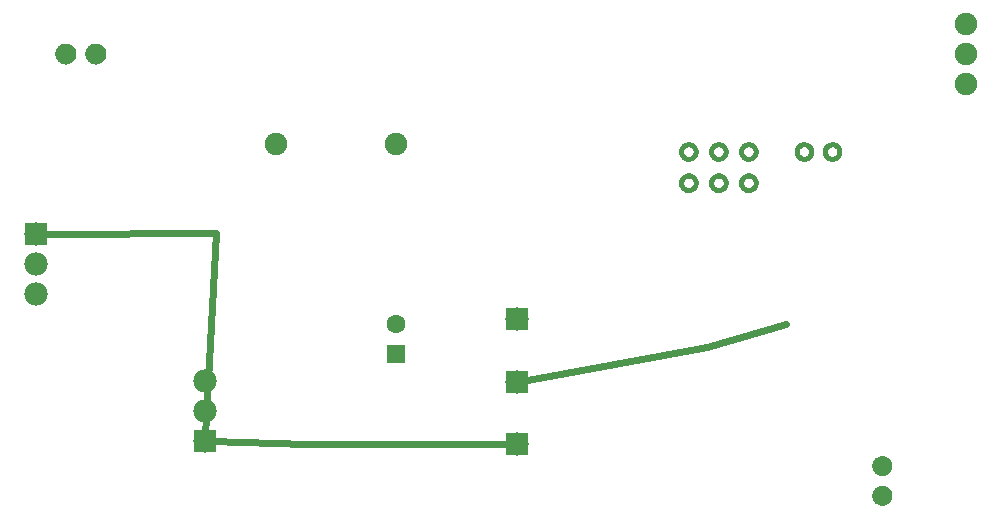
<source format=gtl>
G04 MADE WITH FRITZING*
G04 WWW.FRITZING.ORG*
G04 DOUBLE SIDED*
G04 HOLES PLATED*
G04 CONTOUR ON CENTER OF CONTOUR VECTOR*
%ASAXBY*%
%FSLAX23Y23*%
%MOIN*%
%OFA0B0*%
%SFA1.0B1.0*%
%ADD10C,0.062992*%
%ADD11C,0.070000*%
%ADD12C,0.078000*%
%ADD13C,0.065972*%
%ADD14C,0.075000*%
%ADD15R,0.062992X0.062992*%
%ADD16R,0.078000X0.078000*%
%ADD17C,0.024000*%
%ADD18R,0.001000X0.001000*%
%LNCOPPER1*%
G90*
G70*
G54D10*
X1244Y1057D03*
X1244Y1156D03*
G54D11*
X144Y2056D03*
X244Y2056D03*
G54D12*
X44Y1456D03*
X44Y1356D03*
X44Y1256D03*
X609Y966D03*
X609Y866D03*
X609Y766D03*
X1648Y1171D03*
X1648Y963D03*
X1648Y755D03*
G54D13*
X2867Y583D03*
X2867Y682D03*
G54D14*
X3144Y2156D03*
X3144Y2056D03*
X3144Y1956D03*
X844Y1756D03*
X1244Y1756D03*
G54D15*
X1244Y1057D03*
G54D16*
X44Y1456D03*
X609Y766D03*
X1648Y1171D03*
X1648Y963D03*
X1648Y755D03*
G54D17*
X2544Y1156D02*
X2282Y1078D01*
D02*
X2282Y1078D02*
X1666Y966D01*
D02*
X944Y756D02*
X628Y765D01*
D02*
X1629Y755D02*
X944Y756D01*
D02*
X610Y785D02*
X644Y1458D01*
D02*
X644Y1458D02*
X63Y1456D01*
G54D18*
X138Y2090D02*
X152Y2090D01*
X238Y2090D02*
X252Y2090D01*
X135Y2089D02*
X155Y2089D01*
X235Y2089D02*
X255Y2089D01*
X132Y2088D02*
X158Y2088D01*
X232Y2088D02*
X258Y2088D01*
X130Y2087D02*
X160Y2087D01*
X230Y2087D02*
X260Y2087D01*
X128Y2086D02*
X162Y2086D01*
X228Y2086D02*
X262Y2086D01*
X126Y2085D02*
X164Y2085D01*
X226Y2085D02*
X264Y2085D01*
X125Y2084D02*
X165Y2084D01*
X225Y2084D02*
X265Y2084D01*
X123Y2083D02*
X166Y2083D01*
X223Y2083D02*
X266Y2083D01*
X122Y2082D02*
X168Y2082D01*
X222Y2082D02*
X268Y2082D01*
X121Y2081D02*
X169Y2081D01*
X221Y2081D02*
X269Y2081D01*
X120Y2080D02*
X170Y2080D01*
X220Y2080D02*
X270Y2080D01*
X119Y2079D02*
X171Y2079D01*
X219Y2079D02*
X271Y2079D01*
X118Y2078D02*
X171Y2078D01*
X218Y2078D02*
X271Y2078D01*
X118Y2077D02*
X172Y2077D01*
X218Y2077D02*
X272Y2077D01*
X117Y2076D02*
X173Y2076D01*
X217Y2076D02*
X273Y2076D01*
X116Y2075D02*
X174Y2075D01*
X216Y2075D02*
X274Y2075D01*
X116Y2074D02*
X174Y2074D01*
X216Y2074D02*
X274Y2074D01*
X115Y2073D02*
X175Y2073D01*
X215Y2073D02*
X275Y2073D01*
X115Y2072D02*
X175Y2072D01*
X215Y2072D02*
X275Y2072D01*
X114Y2071D02*
X176Y2071D01*
X214Y2071D02*
X276Y2071D01*
X114Y2070D02*
X139Y2070D01*
X151Y2070D02*
X176Y2070D01*
X214Y2070D02*
X239Y2070D01*
X251Y2070D02*
X276Y2070D01*
X113Y2069D02*
X137Y2069D01*
X153Y2069D02*
X177Y2069D01*
X213Y2069D02*
X237Y2069D01*
X253Y2069D02*
X277Y2069D01*
X113Y2068D02*
X136Y2068D01*
X154Y2068D02*
X177Y2068D01*
X213Y2068D02*
X236Y2068D01*
X254Y2068D02*
X277Y2068D01*
X112Y2067D02*
X134Y2067D01*
X155Y2067D02*
X177Y2067D01*
X212Y2067D02*
X234Y2067D01*
X255Y2067D02*
X277Y2067D01*
X112Y2066D02*
X133Y2066D01*
X156Y2066D02*
X178Y2066D01*
X212Y2066D02*
X233Y2066D01*
X256Y2066D02*
X278Y2066D01*
X112Y2065D02*
X133Y2065D01*
X157Y2065D02*
X178Y2065D01*
X212Y2065D02*
X233Y2065D01*
X257Y2065D02*
X278Y2065D01*
X112Y2064D02*
X132Y2064D01*
X158Y2064D02*
X178Y2064D01*
X212Y2064D02*
X232Y2064D01*
X258Y2064D02*
X278Y2064D01*
X111Y2063D02*
X131Y2063D01*
X159Y2063D02*
X179Y2063D01*
X211Y2063D02*
X231Y2063D01*
X259Y2063D02*
X279Y2063D01*
X111Y2062D02*
X131Y2062D01*
X159Y2062D02*
X179Y2062D01*
X211Y2062D02*
X231Y2062D01*
X259Y2062D02*
X279Y2062D01*
X111Y2061D02*
X130Y2061D01*
X160Y2061D02*
X179Y2061D01*
X211Y2061D02*
X230Y2061D01*
X260Y2061D02*
X279Y2061D01*
X111Y2060D02*
X130Y2060D01*
X160Y2060D02*
X179Y2060D01*
X211Y2060D02*
X230Y2060D01*
X260Y2060D02*
X279Y2060D01*
X111Y2059D02*
X130Y2059D01*
X160Y2059D02*
X179Y2059D01*
X211Y2059D02*
X230Y2059D01*
X260Y2059D02*
X279Y2059D01*
X111Y2058D02*
X130Y2058D01*
X160Y2058D02*
X179Y2058D01*
X211Y2058D02*
X230Y2058D01*
X260Y2058D02*
X279Y2058D01*
X111Y2057D02*
X130Y2057D01*
X160Y2057D02*
X179Y2057D01*
X210Y2057D02*
X230Y2057D01*
X260Y2057D02*
X279Y2057D01*
X110Y2056D02*
X129Y2056D01*
X160Y2056D02*
X179Y2056D01*
X210Y2056D02*
X229Y2056D01*
X260Y2056D02*
X279Y2056D01*
X110Y2055D02*
X130Y2055D01*
X160Y2055D02*
X179Y2055D01*
X210Y2055D02*
X229Y2055D01*
X260Y2055D02*
X279Y2055D01*
X111Y2054D02*
X130Y2054D01*
X160Y2054D02*
X179Y2054D01*
X211Y2054D02*
X230Y2054D01*
X260Y2054D02*
X279Y2054D01*
X111Y2053D02*
X130Y2053D01*
X160Y2053D02*
X179Y2053D01*
X211Y2053D02*
X230Y2053D01*
X260Y2053D02*
X279Y2053D01*
X111Y2052D02*
X130Y2052D01*
X160Y2052D02*
X179Y2052D01*
X211Y2052D02*
X230Y2052D01*
X260Y2052D02*
X279Y2052D01*
X111Y2051D02*
X130Y2051D01*
X160Y2051D02*
X179Y2051D01*
X211Y2051D02*
X230Y2051D01*
X260Y2051D02*
X279Y2051D01*
X111Y2050D02*
X130Y2050D01*
X159Y2050D02*
X179Y2050D01*
X211Y2050D02*
X230Y2050D01*
X259Y2050D02*
X279Y2050D01*
X111Y2049D02*
X131Y2049D01*
X159Y2049D02*
X179Y2049D01*
X211Y2049D02*
X231Y2049D01*
X259Y2049D02*
X279Y2049D01*
X111Y2048D02*
X132Y2048D01*
X158Y2048D02*
X178Y2048D01*
X211Y2048D02*
X232Y2048D01*
X258Y2048D02*
X278Y2048D01*
X112Y2047D02*
X132Y2047D01*
X158Y2047D02*
X178Y2047D01*
X212Y2047D02*
X232Y2047D01*
X258Y2047D02*
X278Y2047D01*
X112Y2046D02*
X133Y2046D01*
X157Y2046D02*
X178Y2046D01*
X212Y2046D02*
X233Y2046D01*
X257Y2046D02*
X278Y2046D01*
X112Y2045D02*
X134Y2045D01*
X156Y2045D02*
X178Y2045D01*
X212Y2045D02*
X234Y2045D01*
X256Y2045D02*
X277Y2045D01*
X113Y2044D02*
X135Y2044D01*
X155Y2044D02*
X177Y2044D01*
X213Y2044D02*
X235Y2044D01*
X255Y2044D02*
X277Y2044D01*
X113Y2043D02*
X137Y2043D01*
X153Y2043D02*
X177Y2043D01*
X213Y2043D02*
X237Y2043D01*
X253Y2043D02*
X277Y2043D01*
X113Y2042D02*
X138Y2042D01*
X152Y2042D02*
X176Y2042D01*
X213Y2042D02*
X238Y2042D01*
X252Y2042D02*
X276Y2042D01*
X114Y2041D02*
X142Y2041D01*
X147Y2041D02*
X176Y2041D01*
X214Y2041D02*
X242Y2041D01*
X247Y2041D02*
X276Y2041D01*
X114Y2040D02*
X175Y2040D01*
X214Y2040D02*
X275Y2040D01*
X115Y2039D02*
X175Y2039D01*
X215Y2039D02*
X275Y2039D01*
X116Y2038D02*
X174Y2038D01*
X216Y2038D02*
X274Y2038D01*
X116Y2037D02*
X174Y2037D01*
X216Y2037D02*
X274Y2037D01*
X117Y2036D02*
X173Y2036D01*
X217Y2036D02*
X273Y2036D01*
X117Y2035D02*
X172Y2035D01*
X217Y2035D02*
X272Y2035D01*
X118Y2034D02*
X172Y2034D01*
X218Y2034D02*
X272Y2034D01*
X119Y2033D02*
X171Y2033D01*
X219Y2033D02*
X271Y2033D01*
X120Y2032D02*
X170Y2032D01*
X220Y2032D02*
X270Y2032D01*
X121Y2031D02*
X169Y2031D01*
X221Y2031D02*
X269Y2031D01*
X122Y2030D02*
X168Y2030D01*
X222Y2030D02*
X268Y2030D01*
X123Y2029D02*
X167Y2029D01*
X223Y2029D02*
X267Y2029D01*
X124Y2028D02*
X165Y2028D01*
X224Y2028D02*
X265Y2028D01*
X126Y2027D02*
X164Y2027D01*
X226Y2027D02*
X264Y2027D01*
X127Y2026D02*
X162Y2026D01*
X227Y2026D02*
X262Y2026D01*
X129Y2025D02*
X161Y2025D01*
X229Y2025D02*
X261Y2025D01*
X131Y2024D02*
X158Y2024D01*
X231Y2024D02*
X258Y2024D01*
X134Y2023D02*
X156Y2023D01*
X234Y2023D02*
X256Y2023D01*
X137Y2022D02*
X153Y2022D01*
X237Y2022D02*
X253Y2022D01*
X143Y2021D02*
X147Y2021D01*
X243Y2021D02*
X247Y2021D01*
X2216Y1761D02*
X2228Y1761D01*
X2316Y1761D02*
X2328Y1761D01*
X2416Y1761D02*
X2428Y1761D01*
X2601Y1761D02*
X2613Y1761D01*
X2695Y1761D02*
X2707Y1761D01*
X2212Y1760D02*
X2232Y1760D01*
X2312Y1760D02*
X2332Y1760D01*
X2412Y1760D02*
X2431Y1760D01*
X2597Y1760D02*
X2617Y1760D01*
X2691Y1760D02*
X2711Y1760D01*
X2209Y1759D02*
X2234Y1759D01*
X2309Y1759D02*
X2334Y1759D01*
X2409Y1759D02*
X2434Y1759D01*
X2595Y1759D02*
X2620Y1759D01*
X2689Y1759D02*
X2713Y1759D01*
X2207Y1758D02*
X2236Y1758D01*
X2307Y1758D02*
X2336Y1758D01*
X2407Y1758D02*
X2436Y1758D01*
X2593Y1758D02*
X2622Y1758D01*
X2686Y1758D02*
X2715Y1758D01*
X2205Y1757D02*
X2238Y1757D01*
X2305Y1757D02*
X2338Y1757D01*
X2405Y1757D02*
X2438Y1757D01*
X2591Y1757D02*
X2623Y1757D01*
X2685Y1757D02*
X2717Y1757D01*
X2204Y1756D02*
X2240Y1756D01*
X2304Y1756D02*
X2340Y1756D01*
X2404Y1756D02*
X2440Y1756D01*
X2589Y1756D02*
X2625Y1756D01*
X2683Y1756D02*
X2719Y1756D01*
X2202Y1755D02*
X2241Y1755D01*
X2302Y1755D02*
X2341Y1755D01*
X2402Y1755D02*
X2441Y1755D01*
X2588Y1755D02*
X2627Y1755D01*
X2682Y1755D02*
X2720Y1755D01*
X2201Y1754D02*
X2243Y1754D01*
X2301Y1754D02*
X2343Y1754D01*
X2401Y1754D02*
X2442Y1754D01*
X2586Y1754D02*
X2628Y1754D01*
X2680Y1754D02*
X2722Y1754D01*
X2200Y1753D02*
X2244Y1753D01*
X2300Y1753D02*
X2344Y1753D01*
X2400Y1753D02*
X2444Y1753D01*
X2585Y1753D02*
X2629Y1753D01*
X2679Y1753D02*
X2723Y1753D01*
X2199Y1752D02*
X2245Y1752D01*
X2299Y1752D02*
X2345Y1752D01*
X2399Y1752D02*
X2445Y1752D01*
X2584Y1752D02*
X2630Y1752D01*
X2678Y1752D02*
X2724Y1752D01*
X2198Y1751D02*
X2246Y1751D01*
X2298Y1751D02*
X2346Y1751D01*
X2398Y1751D02*
X2446Y1751D01*
X2583Y1751D02*
X2631Y1751D01*
X2677Y1751D02*
X2725Y1751D01*
X2197Y1750D02*
X2247Y1750D01*
X2297Y1750D02*
X2346Y1750D01*
X2397Y1750D02*
X2446Y1750D01*
X2582Y1750D02*
X2632Y1750D01*
X2676Y1750D02*
X2726Y1750D01*
X2196Y1749D02*
X2247Y1749D01*
X2296Y1749D02*
X2347Y1749D01*
X2396Y1749D02*
X2447Y1749D01*
X2582Y1749D02*
X2633Y1749D01*
X2675Y1749D02*
X2726Y1749D01*
X2196Y1748D02*
X2248Y1748D01*
X2296Y1748D02*
X2348Y1748D01*
X2396Y1748D02*
X2448Y1748D01*
X2581Y1748D02*
X2633Y1748D01*
X2675Y1748D02*
X2727Y1748D01*
X2195Y1747D02*
X2249Y1747D01*
X2295Y1747D02*
X2349Y1747D01*
X2395Y1747D02*
X2449Y1747D01*
X2580Y1747D02*
X2634Y1747D01*
X2674Y1747D02*
X2728Y1747D01*
X2194Y1746D02*
X2249Y1746D01*
X2294Y1746D02*
X2349Y1746D01*
X2394Y1746D02*
X2449Y1746D01*
X2580Y1746D02*
X2635Y1746D01*
X2673Y1746D02*
X2728Y1746D01*
X2194Y1745D02*
X2250Y1745D01*
X2294Y1745D02*
X2350Y1745D01*
X2394Y1745D02*
X2450Y1745D01*
X2579Y1745D02*
X2635Y1745D01*
X2673Y1745D02*
X2729Y1745D01*
X2193Y1744D02*
X2217Y1744D01*
X2226Y1744D02*
X2250Y1744D01*
X2293Y1744D02*
X2317Y1744D01*
X2326Y1744D02*
X2350Y1744D01*
X2393Y1744D02*
X2417Y1744D01*
X2426Y1744D02*
X2450Y1744D01*
X2579Y1744D02*
X2603Y1744D01*
X2612Y1744D02*
X2636Y1744D01*
X2672Y1744D02*
X2697Y1744D01*
X2705Y1744D02*
X2729Y1744D01*
X2193Y1743D02*
X2215Y1743D01*
X2229Y1743D02*
X2251Y1743D01*
X2293Y1743D02*
X2315Y1743D01*
X2329Y1743D02*
X2351Y1743D01*
X2393Y1743D02*
X2415Y1743D01*
X2429Y1743D02*
X2451Y1743D01*
X2578Y1743D02*
X2600Y1743D01*
X2614Y1743D02*
X2636Y1743D01*
X2672Y1743D02*
X2694Y1743D01*
X2708Y1743D02*
X2730Y1743D01*
X2192Y1742D02*
X2213Y1742D01*
X2231Y1742D02*
X2251Y1742D01*
X2292Y1742D02*
X2313Y1742D01*
X2331Y1742D02*
X2351Y1742D01*
X2392Y1742D02*
X2413Y1742D01*
X2431Y1742D02*
X2451Y1742D01*
X2578Y1742D02*
X2598Y1742D01*
X2616Y1742D02*
X2637Y1742D01*
X2671Y1742D02*
X2692Y1742D01*
X2710Y1742D02*
X2730Y1742D01*
X2192Y1741D02*
X2212Y1741D01*
X2232Y1741D02*
X2252Y1741D01*
X2292Y1741D02*
X2312Y1741D01*
X2332Y1741D02*
X2352Y1741D01*
X2392Y1741D02*
X2412Y1741D01*
X2432Y1741D02*
X2452Y1741D01*
X2577Y1741D02*
X2597Y1741D01*
X2617Y1741D02*
X2637Y1741D01*
X2671Y1741D02*
X2691Y1741D01*
X2711Y1741D02*
X2731Y1741D01*
X2191Y1740D02*
X2210Y1740D01*
X2233Y1740D02*
X2252Y1740D01*
X2291Y1740D02*
X2310Y1740D01*
X2333Y1740D02*
X2352Y1740D01*
X2391Y1740D02*
X2410Y1740D01*
X2433Y1740D02*
X2452Y1740D01*
X2577Y1740D02*
X2596Y1740D01*
X2619Y1740D02*
X2638Y1740D01*
X2671Y1740D02*
X2690Y1740D01*
X2712Y1740D02*
X2731Y1740D01*
X2191Y1739D02*
X2210Y1739D01*
X2234Y1739D02*
X2252Y1739D01*
X2291Y1739D02*
X2310Y1739D01*
X2334Y1739D02*
X2352Y1739D01*
X2391Y1739D02*
X2410Y1739D01*
X2434Y1739D02*
X2452Y1739D01*
X2576Y1739D02*
X2595Y1739D01*
X2619Y1739D02*
X2638Y1739D01*
X2670Y1739D02*
X2689Y1739D01*
X2713Y1739D02*
X2732Y1739D01*
X2191Y1738D02*
X2209Y1738D01*
X2235Y1738D02*
X2253Y1738D01*
X2291Y1738D02*
X2309Y1738D01*
X2335Y1738D02*
X2353Y1738D01*
X2391Y1738D02*
X2409Y1738D01*
X2435Y1738D02*
X2453Y1738D01*
X2576Y1738D02*
X2594Y1738D01*
X2620Y1738D02*
X2638Y1738D01*
X2670Y1738D02*
X2688Y1738D01*
X2714Y1738D02*
X2732Y1738D01*
X2191Y1737D02*
X2208Y1737D01*
X2236Y1737D02*
X2253Y1737D01*
X2291Y1737D02*
X2308Y1737D01*
X2336Y1737D02*
X2353Y1737D01*
X2390Y1737D02*
X2408Y1737D01*
X2436Y1737D02*
X2453Y1737D01*
X2576Y1737D02*
X2593Y1737D01*
X2621Y1737D02*
X2638Y1737D01*
X2670Y1737D02*
X2687Y1737D01*
X2715Y1737D02*
X2732Y1737D01*
X2190Y1736D02*
X2207Y1736D01*
X2236Y1736D02*
X2253Y1736D01*
X2290Y1736D02*
X2307Y1736D01*
X2336Y1736D02*
X2353Y1736D01*
X2390Y1736D02*
X2407Y1736D01*
X2436Y1736D02*
X2453Y1736D01*
X2576Y1736D02*
X2593Y1736D01*
X2622Y1736D02*
X2639Y1736D01*
X2669Y1736D02*
X2686Y1736D01*
X2715Y1736D02*
X2732Y1736D01*
X2190Y1735D02*
X2207Y1735D01*
X2237Y1735D02*
X2254Y1735D01*
X2290Y1735D02*
X2307Y1735D01*
X2337Y1735D02*
X2354Y1735D01*
X2390Y1735D02*
X2407Y1735D01*
X2437Y1735D02*
X2454Y1735D01*
X2575Y1735D02*
X2592Y1735D01*
X2622Y1735D02*
X2639Y1735D01*
X2669Y1735D02*
X2686Y1735D01*
X2716Y1735D02*
X2733Y1735D01*
X2190Y1734D02*
X2206Y1734D01*
X2237Y1734D02*
X2254Y1734D01*
X2290Y1734D02*
X2306Y1734D01*
X2337Y1734D02*
X2354Y1734D01*
X2390Y1734D02*
X2406Y1734D01*
X2437Y1734D02*
X2454Y1734D01*
X2575Y1734D02*
X2592Y1734D01*
X2623Y1734D02*
X2639Y1734D01*
X2669Y1734D02*
X2686Y1734D01*
X2716Y1734D02*
X2733Y1734D01*
X2190Y1733D02*
X2206Y1733D01*
X2237Y1733D02*
X2254Y1733D01*
X2290Y1733D02*
X2306Y1733D01*
X2337Y1733D02*
X2354Y1733D01*
X2390Y1733D02*
X2406Y1733D01*
X2437Y1733D02*
X2454Y1733D01*
X2575Y1733D02*
X2592Y1733D01*
X2623Y1733D02*
X2639Y1733D01*
X2669Y1733D02*
X2685Y1733D01*
X2717Y1733D02*
X2733Y1733D01*
X2190Y1732D02*
X2206Y1732D01*
X2238Y1732D02*
X2254Y1732D01*
X2290Y1732D02*
X2306Y1732D01*
X2338Y1732D02*
X2354Y1732D01*
X2389Y1732D02*
X2406Y1732D01*
X2438Y1732D02*
X2454Y1732D01*
X2575Y1732D02*
X2591Y1732D01*
X2623Y1732D02*
X2639Y1732D01*
X2669Y1732D02*
X2685Y1732D01*
X2717Y1732D02*
X2733Y1732D01*
X2189Y1731D02*
X2206Y1731D01*
X2238Y1731D02*
X2254Y1731D01*
X2289Y1731D02*
X2306Y1731D01*
X2338Y1731D02*
X2354Y1731D01*
X2389Y1731D02*
X2406Y1731D01*
X2438Y1731D02*
X2454Y1731D01*
X2575Y1731D02*
X2591Y1731D01*
X2623Y1731D02*
X2640Y1731D01*
X2669Y1731D02*
X2685Y1731D01*
X2717Y1731D02*
X2733Y1731D01*
X2189Y1730D02*
X2206Y1730D01*
X2238Y1730D02*
X2254Y1730D01*
X2289Y1730D02*
X2306Y1730D01*
X2338Y1730D02*
X2354Y1730D01*
X2389Y1730D02*
X2406Y1730D01*
X2438Y1730D02*
X2454Y1730D01*
X2575Y1730D02*
X2591Y1730D01*
X2623Y1730D02*
X2640Y1730D01*
X2669Y1730D02*
X2685Y1730D01*
X2717Y1730D02*
X2733Y1730D01*
X2189Y1729D02*
X2206Y1729D01*
X2238Y1729D02*
X2254Y1729D01*
X2289Y1729D02*
X2306Y1729D01*
X2338Y1729D02*
X2354Y1729D01*
X2389Y1729D02*
X2406Y1729D01*
X2438Y1729D02*
X2454Y1729D01*
X2575Y1729D02*
X2591Y1729D01*
X2623Y1729D02*
X2640Y1729D01*
X2668Y1729D02*
X2685Y1729D01*
X2717Y1729D02*
X2733Y1729D01*
X2189Y1728D02*
X2206Y1728D01*
X2238Y1728D02*
X2254Y1728D01*
X2289Y1728D02*
X2306Y1728D01*
X2338Y1728D02*
X2354Y1728D01*
X2389Y1728D02*
X2406Y1728D01*
X2438Y1728D02*
X2454Y1728D01*
X2575Y1728D02*
X2591Y1728D01*
X2623Y1728D02*
X2640Y1728D01*
X2668Y1728D02*
X2685Y1728D01*
X2717Y1728D02*
X2733Y1728D01*
X2189Y1727D02*
X2206Y1727D01*
X2238Y1727D02*
X2254Y1727D01*
X2289Y1727D02*
X2306Y1727D01*
X2338Y1727D02*
X2354Y1727D01*
X2389Y1727D02*
X2406Y1727D01*
X2438Y1727D02*
X2454Y1727D01*
X2575Y1727D02*
X2591Y1727D01*
X2623Y1727D02*
X2640Y1727D01*
X2669Y1727D02*
X2685Y1727D01*
X2717Y1727D02*
X2733Y1727D01*
X2189Y1726D02*
X2206Y1726D01*
X2238Y1726D02*
X2254Y1726D01*
X2289Y1726D02*
X2306Y1726D01*
X2338Y1726D02*
X2354Y1726D01*
X2389Y1726D02*
X2406Y1726D01*
X2438Y1726D02*
X2454Y1726D01*
X2575Y1726D02*
X2591Y1726D01*
X2623Y1726D02*
X2640Y1726D01*
X2669Y1726D02*
X2685Y1726D01*
X2717Y1726D02*
X2733Y1726D01*
X2190Y1725D02*
X2206Y1725D01*
X2238Y1725D02*
X2254Y1725D01*
X2290Y1725D02*
X2306Y1725D01*
X2338Y1725D02*
X2354Y1725D01*
X2390Y1725D02*
X2406Y1725D01*
X2438Y1725D02*
X2454Y1725D01*
X2575Y1725D02*
X2591Y1725D01*
X2623Y1725D02*
X2639Y1725D01*
X2669Y1725D02*
X2685Y1725D01*
X2717Y1725D02*
X2733Y1725D01*
X2190Y1724D02*
X2206Y1724D01*
X2237Y1724D02*
X2254Y1724D01*
X2290Y1724D02*
X2306Y1724D01*
X2337Y1724D02*
X2354Y1724D01*
X2390Y1724D02*
X2406Y1724D01*
X2437Y1724D02*
X2454Y1724D01*
X2575Y1724D02*
X2592Y1724D01*
X2623Y1724D02*
X2639Y1724D01*
X2669Y1724D02*
X2685Y1724D01*
X2716Y1724D02*
X2733Y1724D01*
X2190Y1723D02*
X2207Y1723D01*
X2237Y1723D02*
X2254Y1723D01*
X2290Y1723D02*
X2307Y1723D01*
X2337Y1723D02*
X2354Y1723D01*
X2390Y1723D02*
X2407Y1723D01*
X2437Y1723D02*
X2454Y1723D01*
X2575Y1723D02*
X2592Y1723D01*
X2622Y1723D02*
X2639Y1723D01*
X2669Y1723D02*
X2686Y1723D01*
X2716Y1723D02*
X2733Y1723D01*
X2190Y1722D02*
X2207Y1722D01*
X2236Y1722D02*
X2253Y1722D01*
X2290Y1722D02*
X2307Y1722D01*
X2336Y1722D02*
X2353Y1722D01*
X2390Y1722D02*
X2407Y1722D01*
X2436Y1722D02*
X2453Y1722D01*
X2576Y1722D02*
X2593Y1722D01*
X2622Y1722D02*
X2639Y1722D01*
X2669Y1722D02*
X2686Y1722D01*
X2716Y1722D02*
X2733Y1722D01*
X2190Y1721D02*
X2208Y1721D01*
X2236Y1721D02*
X2253Y1721D01*
X2290Y1721D02*
X2308Y1721D01*
X2336Y1721D02*
X2353Y1721D01*
X2390Y1721D02*
X2408Y1721D01*
X2436Y1721D02*
X2453Y1721D01*
X2576Y1721D02*
X2593Y1721D01*
X2621Y1721D02*
X2639Y1721D01*
X2670Y1721D02*
X2687Y1721D01*
X2715Y1721D02*
X2732Y1721D01*
X2191Y1720D02*
X2208Y1720D01*
X2235Y1720D02*
X2253Y1720D01*
X2291Y1720D02*
X2308Y1720D01*
X2335Y1720D02*
X2353Y1720D01*
X2391Y1720D02*
X2408Y1720D01*
X2435Y1720D02*
X2453Y1720D01*
X2576Y1720D02*
X2594Y1720D01*
X2621Y1720D02*
X2638Y1720D01*
X2670Y1720D02*
X2687Y1720D01*
X2714Y1720D02*
X2732Y1720D01*
X2191Y1719D02*
X2209Y1719D01*
X2234Y1719D02*
X2253Y1719D01*
X2291Y1719D02*
X2309Y1719D01*
X2334Y1719D02*
X2353Y1719D01*
X2391Y1719D02*
X2409Y1719D01*
X2434Y1719D02*
X2453Y1719D01*
X2576Y1719D02*
X2595Y1719D01*
X2620Y1719D02*
X2638Y1719D01*
X2670Y1719D02*
X2688Y1719D01*
X2714Y1719D02*
X2732Y1719D01*
X2191Y1718D02*
X2210Y1718D01*
X2234Y1718D02*
X2252Y1718D01*
X2291Y1718D02*
X2310Y1718D01*
X2334Y1718D02*
X2352Y1718D01*
X2391Y1718D02*
X2410Y1718D01*
X2434Y1718D02*
X2452Y1718D01*
X2577Y1718D02*
X2595Y1718D01*
X2619Y1718D02*
X2638Y1718D01*
X2670Y1718D02*
X2689Y1718D01*
X2713Y1718D02*
X2731Y1718D01*
X2192Y1717D02*
X2211Y1717D01*
X2232Y1717D02*
X2252Y1717D01*
X2292Y1717D02*
X2311Y1717D01*
X2332Y1717D02*
X2352Y1717D01*
X2392Y1717D02*
X2411Y1717D01*
X2432Y1717D02*
X2452Y1717D01*
X2577Y1717D02*
X2597Y1717D01*
X2618Y1717D02*
X2637Y1717D01*
X2671Y1717D02*
X2690Y1717D01*
X2712Y1717D02*
X2731Y1717D01*
X2192Y1716D02*
X2212Y1716D01*
X2231Y1716D02*
X2252Y1716D01*
X2292Y1716D02*
X2312Y1716D01*
X2331Y1716D02*
X2352Y1716D01*
X2392Y1716D02*
X2412Y1716D01*
X2431Y1716D02*
X2452Y1716D01*
X2577Y1716D02*
X2598Y1716D01*
X2617Y1716D02*
X2637Y1716D01*
X2671Y1716D02*
X2691Y1716D01*
X2710Y1716D02*
X2731Y1716D01*
X2193Y1715D02*
X2214Y1715D01*
X2230Y1715D02*
X2251Y1715D01*
X2293Y1715D02*
X2314Y1715D01*
X2330Y1715D02*
X2351Y1715D01*
X2393Y1715D02*
X2414Y1715D01*
X2430Y1715D02*
X2451Y1715D01*
X2578Y1715D02*
X2599Y1715D01*
X2615Y1715D02*
X2636Y1715D01*
X2672Y1715D02*
X2693Y1715D01*
X2709Y1715D02*
X2730Y1715D01*
X2193Y1714D02*
X2216Y1714D01*
X2228Y1714D02*
X2251Y1714D01*
X2293Y1714D02*
X2316Y1714D01*
X2328Y1714D02*
X2351Y1714D01*
X2393Y1714D02*
X2416Y1714D01*
X2428Y1714D02*
X2451Y1714D01*
X2578Y1714D02*
X2601Y1714D01*
X2613Y1714D02*
X2636Y1714D01*
X2672Y1714D02*
X2695Y1714D01*
X2707Y1714D02*
X2730Y1714D01*
X2194Y1713D02*
X2250Y1713D01*
X2294Y1713D02*
X2350Y1713D01*
X2394Y1713D02*
X2450Y1713D01*
X2579Y1713D02*
X2635Y1713D01*
X2673Y1713D02*
X2729Y1713D01*
X2194Y1712D02*
X2250Y1712D01*
X2294Y1712D02*
X2350Y1712D01*
X2394Y1712D02*
X2449Y1712D01*
X2579Y1712D02*
X2635Y1712D01*
X2673Y1712D02*
X2729Y1712D01*
X2195Y1711D02*
X2249Y1711D01*
X2295Y1711D02*
X2349Y1711D01*
X2395Y1711D02*
X2449Y1711D01*
X2580Y1711D02*
X2634Y1711D01*
X2674Y1711D02*
X2728Y1711D01*
X2195Y1710D02*
X2248Y1710D01*
X2295Y1710D02*
X2348Y1710D01*
X2395Y1710D02*
X2448Y1710D01*
X2581Y1710D02*
X2634Y1710D01*
X2674Y1710D02*
X2727Y1710D01*
X2196Y1709D02*
X2248Y1709D01*
X2296Y1709D02*
X2348Y1709D01*
X2396Y1709D02*
X2448Y1709D01*
X2581Y1709D02*
X2633Y1709D01*
X2675Y1709D02*
X2727Y1709D01*
X2197Y1708D02*
X2247Y1708D01*
X2297Y1708D02*
X2347Y1708D01*
X2397Y1708D02*
X2447Y1708D01*
X2582Y1708D02*
X2632Y1708D01*
X2676Y1708D02*
X2726Y1708D01*
X2198Y1707D02*
X2246Y1707D01*
X2298Y1707D02*
X2346Y1707D01*
X2398Y1707D02*
X2446Y1707D01*
X2583Y1707D02*
X2631Y1707D01*
X2677Y1707D02*
X2725Y1707D01*
X2199Y1706D02*
X2245Y1706D01*
X2299Y1706D02*
X2345Y1706D01*
X2398Y1706D02*
X2445Y1706D01*
X2584Y1706D02*
X2630Y1706D01*
X2678Y1706D02*
X2724Y1706D01*
X2200Y1705D02*
X2244Y1705D01*
X2300Y1705D02*
X2344Y1705D01*
X2399Y1705D02*
X2444Y1705D01*
X2585Y1705D02*
X2629Y1705D01*
X2679Y1705D02*
X2723Y1705D01*
X2201Y1704D02*
X2243Y1704D01*
X2301Y1704D02*
X2343Y1704D01*
X2401Y1704D02*
X2443Y1704D01*
X2586Y1704D02*
X2628Y1704D01*
X2680Y1704D02*
X2722Y1704D01*
X2202Y1703D02*
X2242Y1703D01*
X2302Y1703D02*
X2342Y1703D01*
X2402Y1703D02*
X2442Y1703D01*
X2587Y1703D02*
X2627Y1703D01*
X2681Y1703D02*
X2721Y1703D01*
X2203Y1702D02*
X2240Y1702D01*
X2303Y1702D02*
X2340Y1702D01*
X2403Y1702D02*
X2440Y1702D01*
X2589Y1702D02*
X2626Y1702D01*
X2682Y1702D02*
X2719Y1702D01*
X2205Y1701D02*
X2239Y1701D01*
X2305Y1701D02*
X2339Y1701D01*
X2405Y1701D02*
X2439Y1701D01*
X2590Y1701D02*
X2624Y1701D01*
X2684Y1701D02*
X2718Y1701D01*
X2207Y1700D02*
X2237Y1700D01*
X2307Y1700D02*
X2337Y1700D01*
X2407Y1700D02*
X2437Y1700D01*
X2592Y1700D02*
X2622Y1700D01*
X2686Y1700D02*
X2716Y1700D01*
X2209Y1699D02*
X2235Y1699D01*
X2309Y1699D02*
X2335Y1699D01*
X2409Y1699D02*
X2435Y1699D01*
X2594Y1699D02*
X2620Y1699D01*
X2688Y1699D02*
X2714Y1699D01*
X2211Y1698D02*
X2233Y1698D01*
X2311Y1698D02*
X2333Y1698D01*
X2411Y1698D02*
X2433Y1698D01*
X2596Y1698D02*
X2618Y1698D01*
X2690Y1698D02*
X2712Y1698D01*
X2214Y1697D02*
X2229Y1697D01*
X2314Y1697D02*
X2329Y1697D01*
X2414Y1697D02*
X2429Y1697D01*
X2600Y1697D02*
X2615Y1697D01*
X2693Y1697D02*
X2709Y1697D01*
X2219Y1696D02*
X2224Y1696D01*
X2319Y1696D02*
X2324Y1696D01*
X2419Y1696D02*
X2424Y1696D01*
X2605Y1696D02*
X2610Y1696D01*
X2698Y1696D02*
X2704Y1696D01*
X2216Y1657D02*
X2227Y1657D01*
X2316Y1657D02*
X2327Y1657D01*
X2416Y1657D02*
X2427Y1657D01*
X2213Y1656D02*
X2231Y1656D01*
X2313Y1656D02*
X2331Y1656D01*
X2413Y1656D02*
X2431Y1656D01*
X2210Y1655D02*
X2234Y1655D01*
X2310Y1655D02*
X2334Y1655D01*
X2410Y1655D02*
X2434Y1655D01*
X2208Y1654D02*
X2236Y1654D01*
X2308Y1654D02*
X2336Y1654D01*
X2408Y1654D02*
X2436Y1654D01*
X2206Y1653D02*
X2238Y1653D01*
X2306Y1653D02*
X2338Y1653D01*
X2406Y1653D02*
X2438Y1653D01*
X2204Y1652D02*
X2240Y1652D01*
X2304Y1652D02*
X2340Y1652D01*
X2404Y1652D02*
X2440Y1652D01*
X2203Y1651D02*
X2241Y1651D01*
X2303Y1651D02*
X2341Y1651D01*
X2403Y1651D02*
X2441Y1651D01*
X2201Y1650D02*
X2242Y1650D01*
X2301Y1650D02*
X2342Y1650D01*
X2401Y1650D02*
X2442Y1650D01*
X2200Y1649D02*
X2243Y1649D01*
X2300Y1649D02*
X2343Y1649D01*
X2400Y1649D02*
X2443Y1649D01*
X2199Y1648D02*
X2245Y1648D01*
X2299Y1648D02*
X2345Y1648D01*
X2399Y1648D02*
X2445Y1648D01*
X2198Y1647D02*
X2245Y1647D01*
X2298Y1647D02*
X2345Y1647D01*
X2398Y1647D02*
X2445Y1647D01*
X2197Y1646D02*
X2246Y1646D01*
X2297Y1646D02*
X2346Y1646D01*
X2397Y1646D02*
X2446Y1646D01*
X2196Y1645D02*
X2247Y1645D01*
X2296Y1645D02*
X2347Y1645D01*
X2396Y1645D02*
X2447Y1645D01*
X2196Y1644D02*
X2248Y1644D01*
X2296Y1644D02*
X2348Y1644D01*
X2396Y1644D02*
X2448Y1644D01*
X2195Y1643D02*
X2249Y1643D01*
X2295Y1643D02*
X2349Y1643D01*
X2395Y1643D02*
X2449Y1643D01*
X2194Y1642D02*
X2249Y1642D01*
X2294Y1642D02*
X2349Y1642D01*
X2394Y1642D02*
X2449Y1642D01*
X2194Y1641D02*
X2250Y1641D01*
X2294Y1641D02*
X2350Y1641D01*
X2394Y1641D02*
X2450Y1641D01*
X2193Y1640D02*
X2218Y1640D01*
X2226Y1640D02*
X2250Y1640D01*
X2293Y1640D02*
X2318Y1640D01*
X2326Y1640D02*
X2350Y1640D01*
X2393Y1640D02*
X2418Y1640D01*
X2426Y1640D02*
X2450Y1640D01*
X2193Y1639D02*
X2215Y1639D01*
X2229Y1639D02*
X2251Y1639D01*
X2293Y1639D02*
X2315Y1639D01*
X2329Y1639D02*
X2351Y1639D01*
X2393Y1639D02*
X2415Y1639D01*
X2429Y1639D02*
X2451Y1639D01*
X2192Y1638D02*
X2213Y1638D01*
X2231Y1638D02*
X2251Y1638D01*
X2292Y1638D02*
X2313Y1638D01*
X2331Y1638D02*
X2351Y1638D01*
X2392Y1638D02*
X2413Y1638D01*
X2431Y1638D02*
X2451Y1638D01*
X2192Y1637D02*
X2212Y1637D01*
X2232Y1637D02*
X2252Y1637D01*
X2292Y1637D02*
X2312Y1637D01*
X2332Y1637D02*
X2352Y1637D01*
X2392Y1637D02*
X2412Y1637D01*
X2432Y1637D02*
X2452Y1637D01*
X2192Y1636D02*
X2211Y1636D01*
X2233Y1636D02*
X2252Y1636D01*
X2292Y1636D02*
X2311Y1636D01*
X2333Y1636D02*
X2352Y1636D01*
X2392Y1636D02*
X2411Y1636D01*
X2433Y1636D02*
X2452Y1636D01*
X2191Y1635D02*
X2210Y1635D01*
X2234Y1635D02*
X2252Y1635D01*
X2291Y1635D02*
X2310Y1635D01*
X2334Y1635D02*
X2352Y1635D01*
X2391Y1635D02*
X2410Y1635D01*
X2434Y1635D02*
X2452Y1635D01*
X2191Y1634D02*
X2209Y1634D01*
X2235Y1634D02*
X2253Y1634D01*
X2291Y1634D02*
X2309Y1634D01*
X2335Y1634D02*
X2353Y1634D01*
X2391Y1634D02*
X2409Y1634D01*
X2435Y1634D02*
X2453Y1634D01*
X2191Y1633D02*
X2208Y1633D01*
X2236Y1633D02*
X2253Y1633D01*
X2291Y1633D02*
X2308Y1633D01*
X2336Y1633D02*
X2353Y1633D01*
X2391Y1633D02*
X2408Y1633D01*
X2436Y1633D02*
X2453Y1633D01*
X2190Y1632D02*
X2207Y1632D01*
X2236Y1632D02*
X2253Y1632D01*
X2290Y1632D02*
X2307Y1632D01*
X2336Y1632D02*
X2353Y1632D01*
X2390Y1632D02*
X2407Y1632D01*
X2436Y1632D02*
X2453Y1632D01*
X2190Y1631D02*
X2207Y1631D01*
X2237Y1631D02*
X2254Y1631D01*
X2290Y1631D02*
X2307Y1631D01*
X2337Y1631D02*
X2354Y1631D01*
X2390Y1631D02*
X2407Y1631D01*
X2437Y1631D02*
X2454Y1631D01*
X2190Y1630D02*
X2207Y1630D01*
X2237Y1630D02*
X2254Y1630D01*
X2290Y1630D02*
X2307Y1630D01*
X2337Y1630D02*
X2354Y1630D01*
X2390Y1630D02*
X2407Y1630D01*
X2437Y1630D02*
X2454Y1630D01*
X2190Y1629D02*
X2206Y1629D01*
X2237Y1629D02*
X2254Y1629D01*
X2290Y1629D02*
X2306Y1629D01*
X2337Y1629D02*
X2354Y1629D01*
X2390Y1629D02*
X2406Y1629D01*
X2437Y1629D02*
X2454Y1629D01*
X2190Y1628D02*
X2206Y1628D01*
X2238Y1628D02*
X2254Y1628D01*
X2290Y1628D02*
X2306Y1628D01*
X2338Y1628D02*
X2354Y1628D01*
X2390Y1628D02*
X2406Y1628D01*
X2438Y1628D02*
X2454Y1628D01*
X2189Y1627D02*
X2206Y1627D01*
X2238Y1627D02*
X2254Y1627D01*
X2289Y1627D02*
X2306Y1627D01*
X2338Y1627D02*
X2354Y1627D01*
X2389Y1627D02*
X2406Y1627D01*
X2438Y1627D02*
X2454Y1627D01*
X2189Y1626D02*
X2206Y1626D01*
X2238Y1626D02*
X2254Y1626D01*
X2289Y1626D02*
X2306Y1626D01*
X2338Y1626D02*
X2354Y1626D01*
X2389Y1626D02*
X2406Y1626D01*
X2438Y1626D02*
X2454Y1626D01*
X2189Y1625D02*
X2206Y1625D01*
X2238Y1625D02*
X2254Y1625D01*
X2289Y1625D02*
X2306Y1625D01*
X2338Y1625D02*
X2354Y1625D01*
X2389Y1625D02*
X2406Y1625D01*
X2438Y1625D02*
X2454Y1625D01*
X2189Y1624D02*
X2206Y1624D01*
X2238Y1624D02*
X2254Y1624D01*
X2289Y1624D02*
X2306Y1624D01*
X2338Y1624D02*
X2354Y1624D01*
X2389Y1624D02*
X2406Y1624D01*
X2438Y1624D02*
X2454Y1624D01*
X2189Y1623D02*
X2206Y1623D01*
X2238Y1623D02*
X2254Y1623D01*
X2289Y1623D02*
X2306Y1623D01*
X2338Y1623D02*
X2354Y1623D01*
X2389Y1623D02*
X2406Y1623D01*
X2438Y1623D02*
X2454Y1623D01*
X2189Y1622D02*
X2206Y1622D01*
X2238Y1622D02*
X2254Y1622D01*
X2289Y1622D02*
X2306Y1622D01*
X2338Y1622D02*
X2354Y1622D01*
X2389Y1622D02*
X2406Y1622D01*
X2438Y1622D02*
X2454Y1622D01*
X2190Y1621D02*
X2206Y1621D01*
X2238Y1621D02*
X2254Y1621D01*
X2290Y1621D02*
X2306Y1621D01*
X2338Y1621D02*
X2354Y1621D01*
X2390Y1621D02*
X2406Y1621D01*
X2438Y1621D02*
X2454Y1621D01*
X2190Y1620D02*
X2206Y1620D01*
X2237Y1620D02*
X2254Y1620D01*
X2290Y1620D02*
X2306Y1620D01*
X2337Y1620D02*
X2354Y1620D01*
X2390Y1620D02*
X2406Y1620D01*
X2437Y1620D02*
X2454Y1620D01*
X2190Y1619D02*
X2207Y1619D01*
X2237Y1619D02*
X2254Y1619D01*
X2290Y1619D02*
X2307Y1619D01*
X2337Y1619D02*
X2354Y1619D01*
X2390Y1619D02*
X2407Y1619D01*
X2437Y1619D02*
X2454Y1619D01*
X2190Y1618D02*
X2207Y1618D01*
X2237Y1618D02*
X2254Y1618D01*
X2290Y1618D02*
X2307Y1618D01*
X2337Y1618D02*
X2354Y1618D01*
X2390Y1618D02*
X2407Y1618D01*
X2437Y1618D02*
X2453Y1618D01*
X2190Y1617D02*
X2208Y1617D01*
X2236Y1617D02*
X2253Y1617D01*
X2290Y1617D02*
X2308Y1617D01*
X2336Y1617D02*
X2353Y1617D01*
X2390Y1617D02*
X2408Y1617D01*
X2436Y1617D02*
X2453Y1617D01*
X2191Y1616D02*
X2208Y1616D01*
X2235Y1616D02*
X2253Y1616D01*
X2291Y1616D02*
X2308Y1616D01*
X2335Y1616D02*
X2353Y1616D01*
X2391Y1616D02*
X2408Y1616D01*
X2435Y1616D02*
X2453Y1616D01*
X2191Y1615D02*
X2209Y1615D01*
X2235Y1615D02*
X2253Y1615D01*
X2291Y1615D02*
X2309Y1615D01*
X2335Y1615D02*
X2353Y1615D01*
X2391Y1615D02*
X2409Y1615D01*
X2435Y1615D02*
X2453Y1615D01*
X2191Y1614D02*
X2210Y1614D01*
X2234Y1614D02*
X2252Y1614D01*
X2291Y1614D02*
X2310Y1614D01*
X2334Y1614D02*
X2352Y1614D01*
X2391Y1614D02*
X2410Y1614D01*
X2434Y1614D02*
X2452Y1614D01*
X2192Y1613D02*
X2211Y1613D01*
X2233Y1613D02*
X2252Y1613D01*
X2292Y1613D02*
X2311Y1613D01*
X2333Y1613D02*
X2352Y1613D01*
X2392Y1613D02*
X2411Y1613D01*
X2433Y1613D02*
X2452Y1613D01*
X2192Y1612D02*
X2212Y1612D01*
X2232Y1612D02*
X2252Y1612D01*
X2292Y1612D02*
X2312Y1612D01*
X2331Y1612D02*
X2352Y1612D01*
X2392Y1612D02*
X2412Y1612D01*
X2431Y1612D02*
X2452Y1612D01*
X2192Y1611D02*
X2214Y1611D01*
X2230Y1611D02*
X2251Y1611D01*
X2292Y1611D02*
X2314Y1611D01*
X2330Y1611D02*
X2351Y1611D01*
X2392Y1611D02*
X2414Y1611D01*
X2430Y1611D02*
X2451Y1611D01*
X2193Y1610D02*
X2215Y1610D01*
X2228Y1610D02*
X2251Y1610D01*
X2293Y1610D02*
X2315Y1610D01*
X2328Y1610D02*
X2351Y1610D01*
X2393Y1610D02*
X2415Y1610D01*
X2428Y1610D02*
X2451Y1610D01*
X2193Y1609D02*
X2250Y1609D01*
X2293Y1609D02*
X2350Y1609D01*
X2393Y1609D02*
X2450Y1609D01*
X2194Y1608D02*
X2250Y1608D01*
X2294Y1608D02*
X2350Y1608D01*
X2394Y1608D02*
X2450Y1608D01*
X2195Y1607D02*
X2249Y1607D01*
X2295Y1607D02*
X2349Y1607D01*
X2395Y1607D02*
X2449Y1607D01*
X2195Y1606D02*
X2248Y1606D01*
X2295Y1606D02*
X2348Y1606D01*
X2395Y1606D02*
X2448Y1606D01*
X2196Y1605D02*
X2248Y1605D01*
X2296Y1605D02*
X2348Y1605D01*
X2396Y1605D02*
X2448Y1605D01*
X2197Y1604D02*
X2247Y1604D01*
X2297Y1604D02*
X2347Y1604D01*
X2397Y1604D02*
X2447Y1604D01*
X2197Y1603D02*
X2246Y1603D01*
X2297Y1603D02*
X2346Y1603D01*
X2397Y1603D02*
X2446Y1603D01*
X2198Y1602D02*
X2245Y1602D01*
X2298Y1602D02*
X2345Y1602D01*
X2398Y1602D02*
X2445Y1602D01*
X2199Y1601D02*
X2244Y1601D01*
X2299Y1601D02*
X2344Y1601D01*
X2399Y1601D02*
X2444Y1601D01*
X2200Y1600D02*
X2243Y1600D01*
X2300Y1600D02*
X2343Y1600D01*
X2400Y1600D02*
X2443Y1600D01*
X2202Y1599D02*
X2242Y1599D01*
X2302Y1599D02*
X2342Y1599D01*
X2402Y1599D02*
X2442Y1599D01*
X2203Y1598D02*
X2241Y1598D01*
X2303Y1598D02*
X2341Y1598D01*
X2403Y1598D02*
X2441Y1598D01*
X2205Y1597D02*
X2239Y1597D01*
X2305Y1597D02*
X2339Y1597D01*
X2405Y1597D02*
X2439Y1597D01*
X2206Y1596D02*
X2237Y1596D01*
X2306Y1596D02*
X2337Y1596D01*
X2406Y1596D02*
X2437Y1596D01*
X2208Y1595D02*
X2235Y1595D01*
X2308Y1595D02*
X2335Y1595D01*
X2408Y1595D02*
X2435Y1595D01*
X2211Y1594D02*
X2233Y1594D01*
X2311Y1594D02*
X2333Y1594D01*
X2411Y1594D02*
X2433Y1594D01*
X2214Y1593D02*
X2230Y1593D01*
X2314Y1593D02*
X2330Y1593D01*
X2414Y1593D02*
X2430Y1593D01*
X2218Y1592D02*
X2225Y1592D01*
X2318Y1592D02*
X2325Y1592D01*
X2418Y1592D02*
X2425Y1592D01*
X2861Y714D02*
X2875Y714D01*
X2857Y713D02*
X2878Y713D01*
X2855Y712D02*
X2880Y712D01*
X2853Y711D02*
X2883Y711D01*
X2851Y710D02*
X2884Y710D01*
X2849Y709D02*
X2886Y709D01*
X2848Y708D02*
X2887Y708D01*
X2847Y707D02*
X2889Y707D01*
X2845Y706D02*
X2890Y706D01*
X2844Y705D02*
X2891Y705D01*
X2844Y704D02*
X2892Y704D01*
X2843Y703D02*
X2892Y703D01*
X2842Y702D02*
X2893Y702D01*
X2841Y701D02*
X2894Y701D01*
X2841Y700D02*
X2895Y700D01*
X2840Y699D02*
X2895Y699D01*
X2839Y698D02*
X2896Y698D01*
X2839Y697D02*
X2862Y697D01*
X2873Y697D02*
X2896Y697D01*
X2838Y696D02*
X2860Y696D01*
X2875Y696D02*
X2897Y696D01*
X2838Y695D02*
X2858Y695D01*
X2877Y695D02*
X2897Y695D01*
X2838Y694D02*
X2857Y694D01*
X2878Y694D02*
X2898Y694D01*
X2837Y693D02*
X2856Y693D01*
X2879Y693D02*
X2898Y693D01*
X2837Y692D02*
X2855Y692D01*
X2880Y692D02*
X2898Y692D01*
X2836Y691D02*
X2854Y691D01*
X2881Y691D02*
X2899Y691D01*
X2836Y690D02*
X2854Y690D01*
X2882Y690D02*
X2899Y690D01*
X2836Y689D02*
X2853Y689D01*
X2882Y689D02*
X2899Y689D01*
X2836Y688D02*
X2852Y688D01*
X2883Y688D02*
X2899Y688D01*
X2836Y687D02*
X2852Y687D01*
X2883Y687D02*
X2900Y687D01*
X2835Y686D02*
X2852Y686D01*
X2883Y686D02*
X2900Y686D01*
X2835Y685D02*
X2852Y685D01*
X2883Y685D02*
X2900Y685D01*
X2835Y684D02*
X2852Y684D01*
X2884Y684D02*
X2900Y684D01*
X2835Y683D02*
X2852Y683D01*
X2884Y683D02*
X2900Y683D01*
X2835Y682D02*
X2851Y682D01*
X2884Y682D02*
X2900Y682D01*
X2835Y681D02*
X2852Y681D01*
X2884Y681D02*
X2900Y681D01*
X2835Y680D02*
X2852Y680D01*
X2884Y680D02*
X2900Y680D01*
X2835Y679D02*
X2852Y679D01*
X2883Y679D02*
X2900Y679D01*
X2835Y678D02*
X2852Y678D01*
X2883Y678D02*
X2900Y678D01*
X2836Y677D02*
X2852Y677D01*
X2883Y677D02*
X2900Y677D01*
X2836Y676D02*
X2853Y676D01*
X2883Y676D02*
X2899Y676D01*
X2836Y675D02*
X2853Y675D01*
X2882Y675D02*
X2899Y675D01*
X2836Y674D02*
X2854Y674D01*
X2882Y674D02*
X2899Y674D01*
X2837Y673D02*
X2854Y673D01*
X2881Y673D02*
X2899Y673D01*
X2837Y672D02*
X2855Y672D01*
X2880Y672D02*
X2898Y672D01*
X2837Y671D02*
X2856Y671D01*
X2879Y671D02*
X2898Y671D01*
X2838Y670D02*
X2857Y670D01*
X2878Y670D02*
X2898Y670D01*
X2838Y669D02*
X2858Y669D01*
X2877Y669D02*
X2897Y669D01*
X2838Y668D02*
X2860Y668D01*
X2875Y668D02*
X2897Y668D01*
X2839Y667D02*
X2863Y667D01*
X2873Y667D02*
X2896Y667D01*
X2839Y666D02*
X2896Y666D01*
X2840Y665D02*
X2895Y665D01*
X2841Y664D02*
X2895Y664D01*
X2841Y663D02*
X2894Y663D01*
X2842Y662D02*
X2893Y662D01*
X2843Y661D02*
X2892Y661D01*
X2844Y660D02*
X2892Y660D01*
X2844Y659D02*
X2891Y659D01*
X2846Y658D02*
X2890Y658D01*
X2847Y657D02*
X2888Y657D01*
X2848Y656D02*
X2887Y656D01*
X2849Y655D02*
X2886Y655D01*
X2851Y654D02*
X2884Y654D01*
X2853Y653D02*
X2882Y653D01*
X2855Y652D02*
X2880Y652D01*
X2857Y651D02*
X2878Y651D01*
X2861Y650D02*
X2874Y650D01*
X2867Y616D02*
X2868Y616D01*
X2860Y615D02*
X2875Y615D01*
X2857Y614D02*
X2878Y614D01*
X2855Y613D02*
X2881Y613D01*
X2853Y612D02*
X2883Y612D01*
X2851Y611D02*
X2884Y611D01*
X2849Y610D02*
X2886Y610D01*
X2848Y609D02*
X2887Y609D01*
X2847Y608D02*
X2889Y608D01*
X2845Y607D02*
X2890Y607D01*
X2844Y606D02*
X2891Y606D01*
X2843Y605D02*
X2892Y605D01*
X2843Y604D02*
X2893Y604D01*
X2842Y603D02*
X2893Y603D01*
X2841Y602D02*
X2894Y602D01*
X2841Y601D02*
X2895Y601D01*
X2840Y600D02*
X2895Y600D01*
X2839Y599D02*
X2896Y599D01*
X2839Y598D02*
X2862Y598D01*
X2873Y598D02*
X2896Y598D01*
X2838Y597D02*
X2860Y597D01*
X2875Y597D02*
X2897Y597D01*
X2838Y596D02*
X2858Y596D01*
X2877Y596D02*
X2897Y596D01*
X2838Y595D02*
X2857Y595D01*
X2878Y595D02*
X2898Y595D01*
X2837Y594D02*
X2856Y594D01*
X2879Y594D02*
X2898Y594D01*
X2837Y593D02*
X2855Y593D01*
X2880Y593D02*
X2898Y593D01*
X2836Y592D02*
X2854Y592D01*
X2881Y592D02*
X2899Y592D01*
X2836Y591D02*
X2854Y591D01*
X2882Y591D02*
X2899Y591D01*
X2836Y590D02*
X2853Y590D01*
X2882Y590D02*
X2899Y590D01*
X2836Y589D02*
X2852Y589D01*
X2883Y589D02*
X2899Y589D01*
X2836Y588D02*
X2852Y588D01*
X2883Y588D02*
X2900Y588D01*
X2835Y587D02*
X2852Y587D01*
X2883Y587D02*
X2900Y587D01*
X2835Y586D02*
X2852Y586D01*
X2883Y586D02*
X2900Y586D01*
X2835Y585D02*
X2852Y585D01*
X2884Y585D02*
X2900Y585D01*
X2835Y584D02*
X2852Y584D01*
X2884Y584D02*
X2900Y584D01*
X2835Y583D02*
X2851Y583D01*
X2884Y583D02*
X2900Y583D01*
X2835Y582D02*
X2852Y582D01*
X2884Y582D02*
X2900Y582D01*
X2835Y581D02*
X2852Y581D01*
X2884Y581D02*
X2900Y581D01*
X2835Y580D02*
X2852Y580D01*
X2883Y580D02*
X2900Y580D01*
X2835Y579D02*
X2852Y579D01*
X2883Y579D02*
X2900Y579D01*
X2836Y578D02*
X2852Y578D01*
X2883Y578D02*
X2900Y578D01*
X2836Y577D02*
X2853Y577D01*
X2883Y577D02*
X2899Y577D01*
X2836Y576D02*
X2853Y576D01*
X2882Y576D02*
X2899Y576D01*
X2836Y575D02*
X2854Y575D01*
X2882Y575D02*
X2899Y575D01*
X2837Y574D02*
X2854Y574D01*
X2881Y574D02*
X2899Y574D01*
X2837Y573D02*
X2855Y573D01*
X2880Y573D02*
X2898Y573D01*
X2837Y572D02*
X2856Y572D01*
X2879Y572D02*
X2898Y572D01*
X2838Y571D02*
X2857Y571D01*
X2878Y571D02*
X2898Y571D01*
X2838Y570D02*
X2858Y570D01*
X2877Y570D02*
X2897Y570D01*
X2838Y569D02*
X2860Y569D01*
X2875Y569D02*
X2897Y569D01*
X2839Y568D02*
X2863Y568D01*
X2872Y568D02*
X2896Y568D01*
X2839Y567D02*
X2896Y567D01*
X2840Y566D02*
X2895Y566D01*
X2841Y565D02*
X2895Y565D01*
X2841Y564D02*
X2894Y564D01*
X2842Y563D02*
X2893Y563D01*
X2843Y562D02*
X2892Y562D01*
X2844Y561D02*
X2892Y561D01*
X2845Y560D02*
X2891Y560D01*
X2846Y559D02*
X2890Y559D01*
X2847Y558D02*
X2888Y558D01*
X2848Y557D02*
X2887Y557D01*
X2849Y556D02*
X2886Y556D01*
X2851Y555D02*
X2884Y555D01*
X2853Y554D02*
X2882Y554D01*
X2855Y553D02*
X2880Y553D01*
X2858Y552D02*
X2878Y552D01*
X2861Y551D02*
X2874Y551D01*
D02*
G04 End of Copper1*
M02*
</source>
